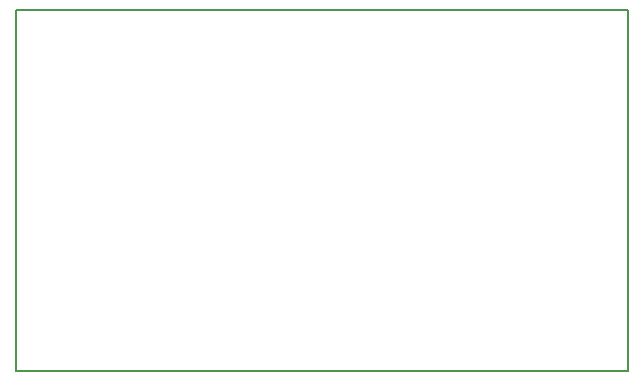
<source format=gm1>
G04 #@! TF.FileFunction,Profile,NP*
%FSLAX46Y46*%
G04 Gerber Fmt 4.6, Leading zero omitted, Abs format (unit mm)*
G04 Created by KiCad (PCBNEW 4.0.6) date 11/27/17 20:56:59*
%MOMM*%
%LPD*%
G01*
G04 APERTURE LIST*
%ADD10C,0.100000*%
%ADD11C,0.150000*%
G04 APERTURE END LIST*
D10*
D11*
X197866000Y-107061000D02*
X249682000Y-107061000D01*
X197866000Y-107823000D02*
X197866000Y-107061000D01*
X249682000Y-137668000D02*
X249682000Y-107061000D01*
X197866000Y-137668000D02*
X249682000Y-137668000D01*
X197866000Y-107823000D02*
X197866000Y-137668000D01*
M02*

</source>
